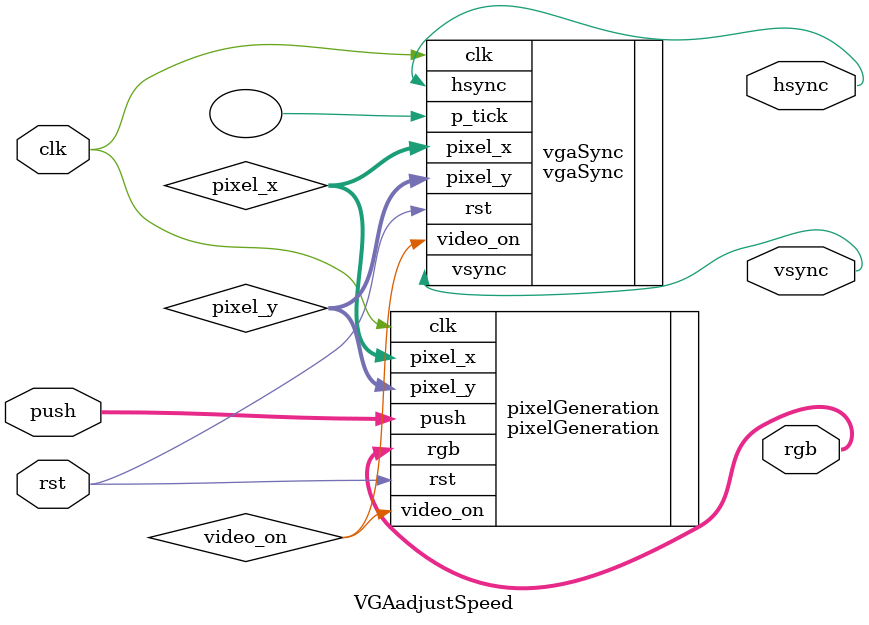
<source format=v>

module VGAadjustSpeed(clk, rst, push,	hsync, vsync, rgb);

input clk, rst;
input [1:0] push;
output hsync, vsync;
output [2:0] rgb;

wire video_on;
wire [9:0] pixel_x, pixel_y;

vgaSync vgaSync(.clk(clk), .rst(rst), .hsync(hsync), .vsync(vsync), .video_on(video_on), .p_tick(), .pixel_x(pixel_x), .pixel_y(pixel_y));
pixelGeneration pixelGeneration(.push(push), .clk(clk), .rst(rst), .pixel_x(pixel_x), .pixel_y(pixel_y), .video_on(video_on), .rgb(rgb));

endmodule
</source>
